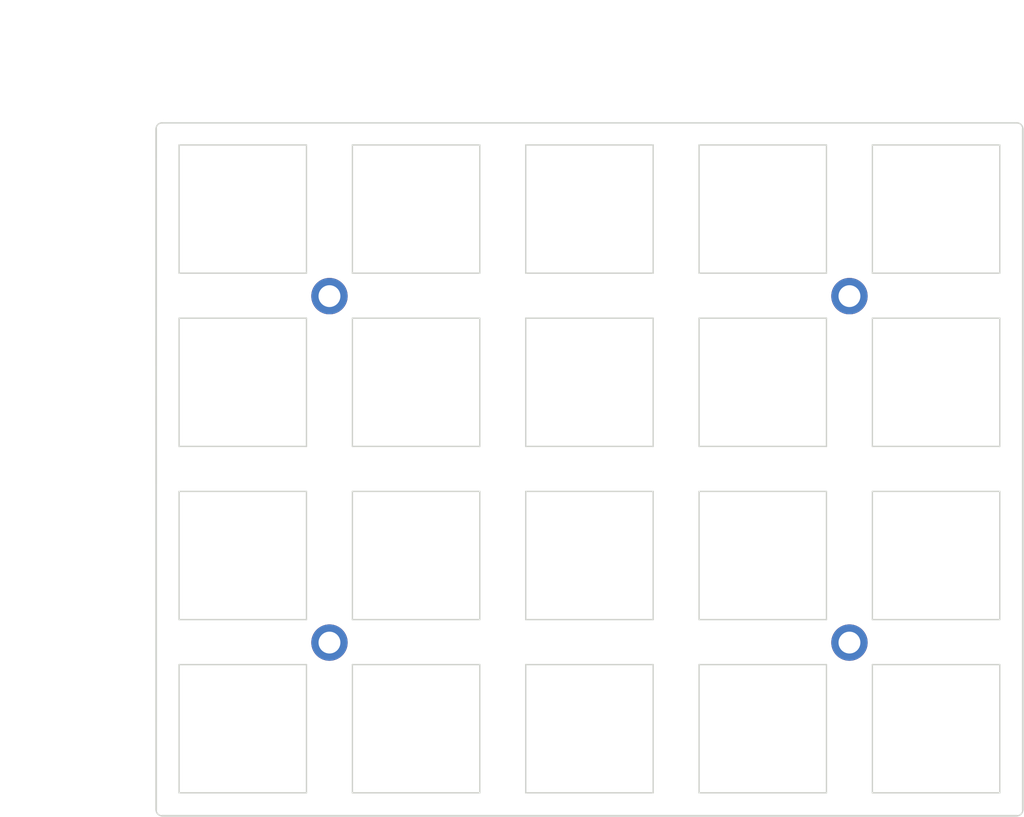
<source format=kicad_pcb>
(kicad_pcb (version 20171130) (host pcbnew "(5.0.0)")

  (general
    (thickness 1.6)
    (drawings 90)
    (tracks 0)
    (zones 0)
    (modules 4)
    (nets 1)
  )

  (page A4)
  (title_block
    (title Rhymestone)
    (date 2018-11-25)
    (rev 1.0)
    (company marksard)
  )

  (layers
    (0 F.Cu signal)
    (31 B.Cu signal hide)
    (32 B.Adhes user hide)
    (33 F.Adhes user hide)
    (34 B.Paste user hide)
    (35 F.Paste user hide)
    (36 B.SilkS user hide)
    (37 F.SilkS user hide)
    (38 B.Mask user hide)
    (39 F.Mask user hide)
    (40 Dwgs.User user hide)
    (41 Cmts.User user hide)
    (42 Eco1.User user hide)
    (43 Eco2.User user)
    (44 Edge.Cuts user)
    (45 Margin user hide)
    (46 B.CrtYd user)
    (47 F.CrtYd user)
    (48 B.Fab user)
    (49 F.Fab user)
  )

  (setup
    (last_trace_width 0.25)
    (user_trace_width 0.5)
    (trace_clearance 0.2)
    (zone_clearance 0.508)
    (zone_45_only no)
    (trace_min 0.2)
    (segment_width 0.2)
    (edge_width 0.15)
    (via_size 0.6)
    (via_drill 0.4)
    (via_min_size 0.4)
    (via_min_drill 0.3)
    (uvia_size 0.3)
    (uvia_drill 0.1)
    (uvias_allowed no)
    (uvia_min_size 0.2)
    (uvia_min_drill 0.1)
    (pcb_text_width 0.3)
    (pcb_text_size 1.5 1.5)
    (mod_edge_width 0.15)
    (mod_text_size 1 1)
    (mod_text_width 0.15)
    (pad_size 1.524 1.524)
    (pad_drill 0.762)
    (pad_to_mask_clearance 0.2)
    (aux_axis_origin 76.205 133.3515)
    (visible_elements 7FFFFFFF)
    (pcbplotparams
      (layerselection 0x010f0_ffffffff)
      (usegerberextensions true)
      (usegerberattributes false)
      (usegerberadvancedattributes false)
      (creategerberjobfile false)
      (excludeedgelayer true)
      (linewidth 0.100000)
      (plotframeref false)
      (viasonmask true)
      (mode 1)
      (useauxorigin false)
      (hpglpennumber 1)
      (hpglpenspeed 20)
      (hpglpendiameter 15.000000)
      (psnegative false)
      (psa4output false)
      (plotreference true)
      (plotvalue false)
      (plotinvisibletext false)
      (padsonsilk false)
      (subtractmaskfromsilk false)
      (outputformat 1)
      (mirror false)
      (drillshape 0)
      (scaleselection 1)
      (outputdirectory "garber_plate/"))
  )

  (net 0 "")

  (net_class Default "これはデフォルトのネット クラスです。"
    (clearance 0.2)
    (trace_width 0.25)
    (via_dia 0.6)
    (via_drill 0.4)
    (uvia_dia 0.3)
    (uvia_drill 0.1)
  )

  (module kbd:LEGO_HOLE_2.4 (layer F.Cu) (tedit 5BCC85AE) (tstamp 5BD9996C)
    (at 95.2525 76.202)
    (descr "Mounting Hole 2.2mm, no annular, M2")
    (tags "mounting hole 2.2mm no annular m2")
    (attr virtual)
    (fp_text reference "" (at 0 -3.2) (layer F.SilkS)
      (effects (font (size 1 1) (thickness 0.15)))
    )
    (fp_text value "" (at 0 3.2) (layer F.Fab)
      (effects (font (size 1 1) (thickness 0.15)))
    )
    (fp_text user %R (at 0.3 0) (layer F.Fab)
      (effects (font (size 1 1) (thickness 0.15)))
    )
    (fp_circle (center 0 0) (end 2 0) (layer Cmts.User) (width 0.15))
    (fp_circle (center 0 0) (end 2.45 0) (layer F.CrtYd) (width 0.05))
    (pad "" thru_hole circle (at 0 0) (size 4 4) (drill 2.4) (layers *.Cu *.Mask))
  )

  (module kbd:LEGO_HOLE_2.4 (layer F.Cu) (tedit 5BCC85AE) (tstamp 5BD99989)
    (at 152.404 76.202)
    (descr "Mounting Hole 2.2mm, no annular, M2")
    (tags "mounting hole 2.2mm no annular m2")
    (attr virtual)
    (fp_text reference "" (at 0 -3.2) (layer F.SilkS)
      (effects (font (size 1 1) (thickness 0.15)))
    )
    (fp_text value "" (at 0 3.2) (layer F.Fab)
      (effects (font (size 1 1) (thickness 0.15)))
    )
    (fp_text user %R (at 0.3 0) (layer F.Fab)
      (effects (font (size 1 1) (thickness 0.15)))
    )
    (fp_circle (center 0 0) (end 2 0) (layer Cmts.User) (width 0.15))
    (fp_circle (center 0 0) (end 2.45 0) (layer F.CrtYd) (width 0.05))
    (pad "" thru_hole circle (at 0 0) (size 4 4) (drill 2.4) (layers *.Cu *.Mask))
  )

  (module kbd:LEGO_HOLE_2.4 (layer F.Cu) (tedit 5BCC85AE) (tstamp 5BD999E8)
    (at 152.404 114.303)
    (descr "Mounting Hole 2.2mm, no annular, M2")
    (tags "mounting hole 2.2mm no annular m2")
    (attr virtual)
    (fp_text reference "" (at 0 -3.2) (layer F.SilkS)
      (effects (font (size 1 1) (thickness 0.15)))
    )
    (fp_text value "" (at 0 3.2) (layer F.Fab)
      (effects (font (size 1 1) (thickness 0.15)))
    )
    (fp_text user %R (at 0.3 0) (layer F.Fab)
      (effects (font (size 1 1) (thickness 0.15)))
    )
    (fp_circle (center 0 0) (end 2 0) (layer Cmts.User) (width 0.15))
    (fp_circle (center 0 0) (end 2.45 0) (layer F.CrtYd) (width 0.05))
    (pad "" thru_hole circle (at 0 0) (size 4 4) (drill 2.4) (layers *.Cu *.Mask))
  )

  (module kbd:LEGO_HOLE_2.4 (layer F.Cu) (tedit 5BCC85AE) (tstamp 5BD99A05)
    (at 95.2525 114.303)
    (descr "Mounting Hole 2.2mm, no annular, M2")
    (tags "mounting hole 2.2mm no annular m2")
    (attr virtual)
    (fp_text reference "" (at 0 -3.2) (layer F.SilkS)
      (effects (font (size 1 1) (thickness 0.15)))
    )
    (fp_text value "" (at 0 3.2) (layer F.Fab)
      (effects (font (size 1 1) (thickness 0.15)))
    )
    (fp_text user %R (at 0.3 0) (layer F.Fab)
      (effects (font (size 1 1) (thickness 0.15)))
    )
    (fp_circle (center 0 0) (end 2 0) (layer Cmts.User) (width 0.15))
    (fp_circle (center 0 0) (end 2.45 0) (layer F.CrtYd) (width 0.05))
    (pad "" thru_hole circle (at 0 0) (size 4 4) (drill 2.4) (layers *.Cu *.Mask))
  )

  (gr_line (start 168.927 130.8265) (end 168.927 116.7265) (layer Edge.Cuts) (width 0.15) (tstamp 5BD99A39))
  (gr_line (start 154.927 130.8265) (end 168.927 130.8265) (layer Edge.Cuts) (width 0.15) (tstamp 5BD99A38))
  (gr_line (start 154.927 116.7265) (end 154.927 130.8265) (layer Edge.Cuts) (width 0.15) (tstamp 5BD99A37))
  (gr_line (start 168.927 116.7265) (end 154.927 116.7265) (layer Edge.Cuts) (width 0.15) (tstamp 5BD99A36))
  (gr_line (start 135.8765 130.8265) (end 149.8765 130.8265) (layer Edge.Cuts) (width 0.15) (tstamp 5BD99A31))
  (gr_line (start 149.8765 116.7265) (end 135.8765 116.7265) (layer Edge.Cuts) (width 0.15) (tstamp 5BD99A30))
  (gr_line (start 135.8765 116.7265) (end 135.8765 130.8265) (layer Edge.Cuts) (width 0.15) (tstamp 5BD99A2F))
  (gr_line (start 149.8765 130.8265) (end 149.8765 116.7265) (layer Edge.Cuts) (width 0.15) (tstamp 5BD99A2E))
  (gr_line (start 116.826 130.8265) (end 130.826 130.8265) (layer Edge.Cuts) (width 0.15) (tstamp 5BD99A29))
  (gr_line (start 130.826 116.7265) (end 116.826 116.7265) (layer Edge.Cuts) (width 0.15) (tstamp 5BD99A28))
  (gr_line (start 116.826 116.7265) (end 116.826 130.8265) (layer Edge.Cuts) (width 0.15) (tstamp 5BD99A27))
  (gr_line (start 130.826 130.8265) (end 130.826 116.7265) (layer Edge.Cuts) (width 0.15) (tstamp 5BD99A26))
  (gr_line (start 111.7755 116.7265) (end 97.7755 116.7265) (layer Edge.Cuts) (width 0.15) (tstamp 5BD99A21))
  (gr_line (start 97.7755 116.7265) (end 97.7755 130.8265) (layer Edge.Cuts) (width 0.15) (tstamp 5BD99A20))
  (gr_line (start 111.7755 130.8265) (end 111.7755 116.7265) (layer Edge.Cuts) (width 0.15) (tstamp 5BD99A1F))
  (gr_line (start 97.7755 130.8265) (end 111.7755 130.8265) (layer Edge.Cuts) (width 0.15) (tstamp 5BD99A1E))
  (gr_line (start 92.725 116.7265) (end 78.725 116.7265) (layer Edge.Cuts) (width 0.15) (tstamp 5BD99A15))
  (gr_line (start 78.725 130.8265) (end 92.725 130.8265) (layer Edge.Cuts) (width 0.15) (tstamp 5BD99A14))
  (gr_line (start 78.725 116.7265) (end 78.725 130.8265) (layer Edge.Cuts) (width 0.15) (tstamp 5BD99A13))
  (gr_line (start 92.725 130.8265) (end 92.725 116.7265) (layer Edge.Cuts) (width 0.15) (tstamp 5BD99A12))
  (dimension 76.202 (width 0.3) (layer F.CrtYd)
    (gr_text "76.202 mm" (at 68.77675 95.2525 90) (layer F.CrtYd)
      (effects (font (size 1.5 1.5) (thickness 0.3)))
    )
    (feature1 (pts (xy 66.67675 57.1515) (xy 67.263171 57.1515)))
    (feature2 (pts (xy 66.67675 133.3535) (xy 67.263171 133.3535)))
    (crossbar (pts (xy 66.67675 133.3535) (xy 66.67675 57.1515)))
    (arrow1a (pts (xy 66.67675 57.1515) (xy 67.263171 58.278004)))
    (arrow1b (pts (xy 66.67675 57.1515) (xy 66.090329 58.278004)))
    (arrow2a (pts (xy 66.67675 133.3535) (xy 67.263171 132.226996)))
    (arrow2b (pts (xy 66.67675 133.3535) (xy 66.090329 132.226996)))
  )
  (gr_line (start 97.7755 111.776) (end 111.7755 111.776) (layer Edge.Cuts) (width 0.15) (tstamp 5BCCC00D))
  (gr_line (start 78.725 97.676) (end 78.725 111.776) (layer Edge.Cuts) (width 0.15) (tstamp 5BCCC00C))
  (gr_line (start 78.725 111.776) (end 92.725 111.776) (layer Edge.Cuts) (width 0.15) (tstamp 5BCCC00B))
  (gr_line (start 92.725 97.676) (end 78.725 97.676) (layer Edge.Cuts) (width 0.15) (tstamp 5BCCC00A))
  (gr_line (start 92.725 111.776) (end 92.725 97.676) (layer Edge.Cuts) (width 0.15) (tstamp 5BCCC009))
  (gr_line (start 111.7755 97.676) (end 97.7755 97.676) (layer Edge.Cuts) (width 0.15) (tstamp 5BCCC008))
  (gr_line (start 111.7755 111.776) (end 111.7755 97.676) (layer Edge.Cuts) (width 0.15) (tstamp 5BCCC007))
  (gr_line (start 116.826 111.776) (end 130.826 111.776) (layer Edge.Cuts) (width 0.15) (tstamp 5BCCC006))
  (gr_line (start 130.826 111.776) (end 130.826 97.676) (layer Edge.Cuts) (width 0.15) (tstamp 5BCCC005))
  (gr_line (start 116.826 97.676) (end 116.826 111.776) (layer Edge.Cuts) (width 0.15) (tstamp 5BCCC004))
  (gr_line (start 168.927 97.676) (end 154.927 97.676) (layer Edge.Cuts) (width 0.15) (tstamp 5BCCC003))
  (gr_line (start 135.8765 111.776) (end 149.8765 111.776) (layer Edge.Cuts) (width 0.15) (tstamp 5BCCC002))
  (gr_line (start 97.7755 97.676) (end 97.7755 111.776) (layer Edge.Cuts) (width 0.15) (tstamp 5BCCC001))
  (gr_line (start 130.826 97.676) (end 116.826 97.676) (layer Edge.Cuts) (width 0.15) (tstamp 5BCCC000))
  (gr_line (start 135.8765 97.676) (end 135.8765 111.776) (layer Edge.Cuts) (width 0.15) (tstamp 5BCCBFFF))
  (gr_line (start 149.8765 111.776) (end 149.8765 97.676) (layer Edge.Cuts) (width 0.15) (tstamp 5BCCBFFE))
  (gr_line (start 149.8765 97.676) (end 135.8765 97.676) (layer Edge.Cuts) (width 0.15) (tstamp 5BCCBFFD))
  (gr_line (start 154.927 97.676) (end 154.927 111.776) (layer Edge.Cuts) (width 0.15) (tstamp 5BCCBFFC))
  (gr_line (start 168.927 111.776) (end 168.927 97.676) (layer Edge.Cuts) (width 0.15) (tstamp 5BCCBFFB))
  (gr_line (start 154.927 111.776) (end 168.927 111.776) (layer Edge.Cuts) (width 0.15) (tstamp 5BCCBFFA))
  (gr_line (start 154.927 78.6255) (end 154.927 92.7255) (layer Edge.Cuts) (width 0.15) (tstamp 5BCCBEEF))
  (gr_line (start 168.927 92.7255) (end 168.927 78.6255) (layer Edge.Cuts) (width 0.15) (tstamp 5BCCBEEE))
  (gr_line (start 154.927 92.7255) (end 168.927 92.7255) (layer Edge.Cuts) (width 0.15) (tstamp 5BCCBEED))
  (gr_line (start 168.927 78.6255) (end 154.927 78.6255) (layer Edge.Cuts) (width 0.15) (tstamp 5BCCBEEC))
  (gr_line (start 135.8765 78.6255) (end 135.8765 92.7255) (layer Edge.Cuts) (width 0.15) (tstamp 5BCCBEEF))
  (gr_line (start 149.8765 92.7255) (end 149.8765 78.6255) (layer Edge.Cuts) (width 0.15) (tstamp 5BCCBEEE))
  (gr_line (start 135.8765 92.7255) (end 149.8765 92.7255) (layer Edge.Cuts) (width 0.15) (tstamp 5BCCBEED))
  (gr_line (start 149.8765 78.6255) (end 135.8765 78.6255) (layer Edge.Cuts) (width 0.15) (tstamp 5BCCBEEC))
  (gr_line (start 116.826 78.6255) (end 116.826 92.7255) (layer Edge.Cuts) (width 0.15) (tstamp 5BCCBEEF))
  (gr_line (start 130.826 92.7255) (end 130.826 78.6255) (layer Edge.Cuts) (width 0.15) (tstamp 5BCCBEEE))
  (gr_line (start 116.826 92.7255) (end 130.826 92.7255) (layer Edge.Cuts) (width 0.15) (tstamp 5BCCBEED))
  (gr_line (start 130.826 78.6255) (end 116.826 78.6255) (layer Edge.Cuts) (width 0.15) (tstamp 5BCCBEEC))
  (gr_line (start 97.7755 78.6255) (end 97.7755 92.7255) (layer Edge.Cuts) (width 0.15) (tstamp 5BCCBEEF))
  (gr_line (start 111.7755 92.7255) (end 111.7755 78.6255) (layer Edge.Cuts) (width 0.15) (tstamp 5BCCBEEE))
  (gr_line (start 97.7755 92.7255) (end 111.7755 92.7255) (layer Edge.Cuts) (width 0.15) (tstamp 5BCCBEED))
  (gr_line (start 111.7755 78.6255) (end 97.7755 78.6255) (layer Edge.Cuts) (width 0.15) (tstamp 5BCCBEEC))
  (gr_line (start 78.725 78.6255) (end 78.725 92.7255) (layer Edge.Cuts) (width 0.15) (tstamp 5BCCBEEF))
  (gr_line (start 92.725 92.7255) (end 92.725 78.6255) (layer Edge.Cuts) (width 0.15) (tstamp 5BCCBEEE))
  (gr_line (start 78.725 92.7255) (end 92.725 92.7255) (layer Edge.Cuts) (width 0.15) (tstamp 5BCCBEED))
  (gr_line (start 92.725 78.6255) (end 78.725 78.6255) (layer Edge.Cuts) (width 0.15) (tstamp 5BCCBEEC))
  (gr_line (start 154.927 59.575) (end 154.927 73.675) (layer Edge.Cuts) (width 0.15) (tstamp 5BCCBEEF))
  (gr_line (start 168.927 73.675) (end 168.927 59.575) (layer Edge.Cuts) (width 0.15) (tstamp 5BCCBEEE))
  (gr_line (start 154.927 73.675) (end 168.927 73.675) (layer Edge.Cuts) (width 0.15) (tstamp 5BCCBEED))
  (gr_line (start 168.927 59.575) (end 154.927 59.575) (layer Edge.Cuts) (width 0.15) (tstamp 5BCCBEEC))
  (gr_line (start 135.8765 59.575) (end 135.8765 73.675) (layer Edge.Cuts) (width 0.15) (tstamp 5BCCBEEF))
  (gr_line (start 149.8765 73.675) (end 149.8765 59.575) (layer Edge.Cuts) (width 0.15) (tstamp 5BCCBEEE))
  (gr_line (start 135.8765 73.675) (end 149.8765 73.675) (layer Edge.Cuts) (width 0.15) (tstamp 5BCCBEED))
  (gr_line (start 149.8765 59.575) (end 135.8765 59.575) (layer Edge.Cuts) (width 0.15) (tstamp 5BCCBEEC))
  (gr_line (start 116.826 59.575) (end 116.826 73.675) (layer Edge.Cuts) (width 0.15) (tstamp 5BCCBEEF))
  (gr_line (start 130.826 73.675) (end 130.826 59.575) (layer Edge.Cuts) (width 0.15) (tstamp 5BCCBEEE))
  (gr_line (start 116.826 73.675) (end 130.826 73.675) (layer Edge.Cuts) (width 0.15) (tstamp 5BCCBEED))
  (gr_line (start 130.826 59.575) (end 116.826 59.575) (layer Edge.Cuts) (width 0.15) (tstamp 5BCCBEEC))
  (gr_line (start 97.7755 59.575) (end 97.7755 73.675) (layer Edge.Cuts) (width 0.15) (tstamp 5BCCBEEF))
  (gr_line (start 111.7755 73.675) (end 111.7755 59.575) (layer Edge.Cuts) (width 0.15) (tstamp 5BCCBEEE))
  (gr_line (start 97.7755 73.675) (end 111.7755 73.675) (layer Edge.Cuts) (width 0.15) (tstamp 5BCCBEED))
  (gr_line (start 111.7755 59.575) (end 97.7755 59.575) (layer Edge.Cuts) (width 0.15) (tstamp 5BCCBEEC))
  (gr_line (start 92.725 59.575) (end 78.725 59.575) (layer Edge.Cuts) (width 0.15) (tstamp 5BCCBED9))
  (gr_line (start 92.725 73.675) (end 92.725 59.575) (layer Edge.Cuts) (width 0.15) (tstamp 5BCCBED3))
  (gr_line (start 78.725 73.675) (end 92.725 73.675) (layer Edge.Cuts) (width 0.15) (tstamp 5BCCBED6))
  (gr_line (start 78.725 59.575) (end 78.725 73.675) (layer Edge.Cuts) (width 0.15) (tstamp 5BCCBED0))
  (dimension 95.2525 (width 0.3) (layer F.CrtYd)
    (gr_text "95.252 mm" (at 123.83125 48.937823) (layer F.CrtYd)
      (effects (font (size 1.5 1.5) (thickness 0.3)))
    )
    (feature1 (pts (xy 171.4575 46.837823) (xy 171.4575 47.424244)))
    (feature2 (pts (xy 76.205 46.837823) (xy 76.205 47.424244)))
    (crossbar (pts (xy 76.205 46.837823) (xy 171.4575 46.837823)))
    (arrow1a (pts (xy 171.4575 46.837823) (xy 170.330996 47.424244)))
    (arrow1b (pts (xy 171.4575 46.837823) (xy 170.330996 46.251402)))
    (arrow2a (pts (xy 76.205 46.837823) (xy 77.331504 47.424244)))
    (arrow2b (pts (xy 76.205 46.837823) (xy 77.331504 46.251402)))
  )
  (gr_arc (start 76.835 57.785) (end 76.835 57.15) (angle -90) (layer Edge.Cuts) (width 0.15) (tstamp 5BB4E278))
  (gr_line (start 170.82 57.1515) (end 76.835 57.15) (layer Edge.Cuts) (width 0.15))
  (gr_arc (start 170.82 57.7865) (end 171.455 57.7865) (angle -90) (layer Edge.Cuts) (width 0.15) (tstamp 5BB4E270))
  (gr_arc (start 76.84 132.7165) (end 76.205 132.7165) (angle -90) (layer Edge.Cuts) (width 0.15))
  (gr_arc (start 170.8195 132.7165) (end 170.8195 133.3515) (angle -90) (layer Edge.Cuts) (width 0.15) (tstamp 5BB4DB91))
  (gr_line (start 76.205 132.7165) (end 76.2 57.785) (layer Edge.Cuts) (width 0.2))
  (gr_line (start 170.82 133.3515) (end 76.84 133.3515) (layer Edge.Cuts) (width 0.2))
  (gr_line (start 171.455 57.7865) (end 171.4545 132.7165) (layer Edge.Cuts) (width 0.2) (tstamp 5BB4D9D5))

)

</source>
